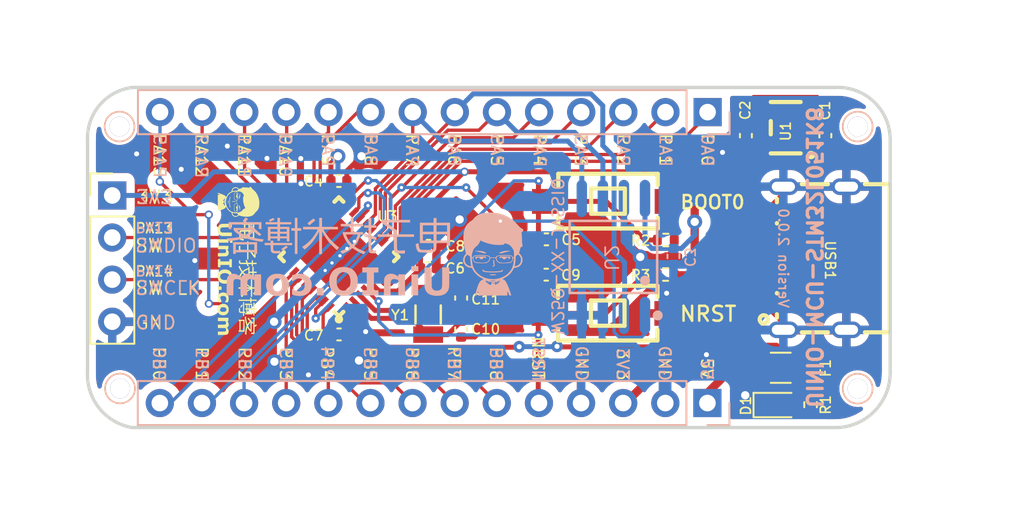
<source format=kicad_pcb>
(kicad_pcb (version 20211014) (generator pcbnew)
  (layers (0 "F.Cu" signal) (31 "B.Cu" signal) (34 "B.Paste" user) (35 "F.Paste" user) (36 "B.SilkS" user "B.Silkscreen") (37 "F.SilkS" user "F.Silkscreen") (38 "B.Mask" user) (39 "F.Mask" user) (44 "Edge.Cuts" user))
  (net 0 "")
  (net 1 "GND")
  (net 2 "/VDD_5V")
  (net 3 "/VDD_3.3V")
  (net 4 "/BOOT0")
  (net 5 "/NRST")
  (net 6 "Net-(C10-Pad2)")
  (net 7 "Net-(C11-Pad2)")
  (net 8 "Net-(D1-Pad2)")
  (net 9 "/PA0")
  (net 10 "/PA1")
  (net 11 "/PA2")
  (net 12 "/PA3")
  (net 13 "/PA4{slash}CS")
  (net 14 "/PA5{slash}SCLK")
  (net 15 "/PA6{slash}MISO")
  (net 16 "/PA7{slash}MOSI")
  (net 17 "/PA8")
  (net 18 "/PA9")
  (net 19 "/PA10")
  (net 20 "/PA15")
  (net 21 "/PA13{slash}SWDIO")
  (net 22 "/PA14{slash}SWCLK")
  (net 23 "/PB0")
  (net 24 "/PB1")
  (net 25 "/PB2")
  (net 26 "/PB3")
  (net 27 "/PB4")
  (net 28 "/PB5")
  (net 29 "/PB6")
  (net 30 "/PB7")
  (net 31 "/PB8")
  (net 35 "Net-(F1-Pad1)")
  (net 36 "/PA11")
  (net 37 "/PA12")
  (footprint "LOGO" (layer "F.Cu") (at 137.681311 99.932723 -90)
    (fp_text reference "")
    (fp_text value "" hide)
  )
  (footprint "Resistor_SMD:R_0402_1005Metric" (layer "F.Cu") (at 163.46 100.74 180)
    (fp_text reference "R3")
    (fp_text value "10K")
  )
  (footprint "Capacitor_SMD:C_0402_1005Metric" (layer "F.Cu") (at 156.27 98.62 180)
    (fp_text reference "C5")
    (fp_text value "0.1uF")
  )
  (footprint "Fuse:Fuse_1206_3216Metric" (layer "F.Cu") (at 170.4 106.37 180)
    (fp_text reference "F1")
    (fp_text value "Polyfuse")
  )
  (footprint "Uinio:Hole-1mm" (layer "F.Cu") (at 175.04 107.63)
    (fp_text reference "Hole3" hide)
    (fp_text value "Hole-1mm")
  )
  (footprint "Capacitor_SMD:C_0402_1005Metric" (layer "F.Cu") (at 143.757147 95.098606)
    (fp_text reference "C4")
    (fp_text value "0.1uF")
  )
  (footprint "Uinio:UFQFPN-32_L5.0-W5.0-P0.50-BL-EP" (layer "F.Cu") (at 143.757147 99.671331 45)
    (fp_text reference "U3")
    (fp_text value "STM32L051K8U6")
  )
  (footprint "Resistor_SMD:R_0402_1005Metric" (layer "F.Cu") (at 172.2 108.6 90)
    (fp_text reference "R1")
    (fp_text value "1K")
  )
  (footprint "Uinio:Hole-1mm" (layer "F.Cu") (at 130.53 91.81)
    (fp_text reference "Hole1" hide)
    (fp_text value "Hole-1mm")
  )
  (footprint "Connector_PinHeader_2.54mm:PinHeader_1x04_P2.54mm_Vertical" (layer "F.Cu") (at 130.09 95.97)
    (fp_text reference "J3" hide)
    (fp_text value "Conn_01x04_Male")
  )
  (footprint "Capacitor_SMD:C_0402_1005Metric" (layer "F.Cu") (at 149.16 99.01 180)
    (fp_text reference "C8")
    (fp_text value "0.1uF")
  )
  (footprint "Capacitor_SMD:C_0402_1005Metric" (layer "F.Cu") (at 143.767147 104.358606)
    (fp_text reference "C7")
    (fp_text value "0.1uF")
  )
  (footprint "Uinio:USB-TYPEC-250-BRP6L68" (layer "F.Cu") (at 171.96 99.76 90)
    (fp_text reference "USB1")
    (fp_text value "USB_Type_C_6Pin")
  )
  (footprint "Capacitor_SMD:C_0402_1005Metric" (layer "F.Cu") (at 156.26 100.75)
    (fp_text reference "C9")
    (fp_text value "0.1uF")
  )
  (footprint "Uinio:Hole-1mm" (layer "F.Cu") (at 130.56 107.62)
    (fp_text reference "Hole2" hide)
    (fp_text value "Hole-1mm")
  )
  (footprint "Uinio:SW-SMD_L6.0-W3.3-LS8.0-1" (layer "F.Cu") (at 159.83 103.09 180)
    (fp_text reference "SW2" hide)
    (fp_text value "SW_Push")
  )
  (footprint "Resistor_SMD:R_0402_1005Metric" (layer "F.Cu") (at 163.47 98.66 180)
    (fp_text reference "R2")
    (fp_text value "10K")
  )
  (footprint "LED_SMD:LED_0603_1608Metric" (layer "F.Cu") (at 170.245 108.62)
    (fp_text reference "D1")
    (fp_text value "LED")
  )
  (footprint "Capacitor_SMD:C_0402_1005Metric" (layer "F.Cu") (at 168.3 92.36 -90)
    (fp_text reference "C2")
    (fp_text value "1uF")
  )
  (footprint "Capacitor_SMD:C_0402_1005Metric" (layer "F.Cu") (at 149.16 100.36 180)
    (fp_text reference "C6")
    (fp_text value "1uF")
  )
  (footprint "Capacitor_SMD:C_0402_1005Metric" (layer "F.Cu") (at 151.13 102.16 -90)
    (fp_text reference "C11")
    (fp_text value "6pF")
  )
  (footprint "Capacitor_SMD:C_0402_1005Metric" (layer "F.Cu") (at 151.13 104.04 90)
    (fp_text reference "C10")
    (fp_text value "6pF")
  )
  (footprint "Capacitor_SMD:C_0402_1005Metric" (layer "F.Cu") (at 173.09 92.36 -90)
    (fp_text reference "C1")
    (fp_text value "1uF")
  )
  (footprint "Uinio:Hole-1mm" (layer "F.Cu") (at 175.04 91.81)
    (fp_text reference "Hole4" hide)
    (fp_text value "Hole-1mm")
  )
  (footprint "Uinio:CRYSTAL-FC135-32.768" (layer "F.Cu") (at 149.14 103.12 -90)
    (fp_text reference "Y1")
    (fp_text value "FC135-32.768")
  )
  (footprint "Uinio:SW-SMD_L6.0-W3.3-LS8.0-1" (layer "F.Cu") (at 159.85 96.33 180)
    (fp_text reference "SW1" hide)
    (fp_text value "SW_Push")
  )
  (footprint "Uinio:SOT-23-5_L3.0-W1.7-P0.95-LS2.8-BR" (layer "F.Cu") (at 170.7 91.88)
    (fp_text reference "U1")
    (fp_text value "ME6211C33M5G-N")
  )
  (footprint "Connector_PinHeader_2.54mm:PinHeader_1x14_P2.54mm_Vertical" (layer "B.Cu") (at 165.98 108.5 90)
    (fp_text reference "J2" hide)
    (fp_text value "Conn_01x14_Male")
  )
  (footprint "Uinio:SOIC-8_L5.3-W5.3-P1.27-LS8.0-BL" (layer "B.Cu") (at 160.31 99.68 180)
    (fp_text reference "U2")
    (fp_text value "W25Q128JVSSIQ")
  )
  (footprint "Capacitor_SMD:C_0402_1005Metric" (layer "B.Cu") (at 163.93 99.65 90)
    (fp_text reference "C3")
    (fp_text value "0.1uF")
  )
  (footprint "Connector_PinHeader_2.54mm:PinHeader_1x14_P2.54mm_Vertical" (layer "B.Cu") (at 165.99 90.94 90)
    (fp_text reference "J1" hide)
    (fp_text value "Conn_01x14_Male")
  )
  (footprint "LOGO" (layer "B.Cu") (at 145.904549 99.557387 180)
    (fp_text reference "")
    (fp_text value "" hide)
  )
  (gr_arc (start 173.7 89.45) (mid 176.034315 90.329863) (end 177 92.63) (layer "Edge.Cuts") (width 0.2))
  (gr_arc (start 131.3 109.98) (mid 129.313526 108.817979) (end 128.6 106.63) (layer "Edge.Cuts") (width 0.2))
  (gr_line (start 173.7 109.98) (end 131.3 109.98) (layer "Edge.Cuts") (width 0.2))
  (gr_line (start 177 92.63) (end 177 106.63) (layer "Edge.Cuts") (width 0.2))
  (gr_line (start 128.6 92.63) (end 128.6 106.63) (layer "Edge.Cuts") (width 0.2))
  (gr_arc (start 128.6 92.63) (mid 129.331074 90.514496) (end 131.3 89.45) (layer "Edge.Cuts") (width 0.2))
  (gr_arc (start 177 106.63) (mid 176.048734 108.993306) (end 173.7 109.98) (layer "Edge.Cuts") (width 0.2))
  (gr_line (start 173.7 89.45) (end 131.3 89.45) (layer "Edge.Cuts") (width 0.2))
  (gr_text "PB7" (at 150.69 106.17 270) (layer "B.SilkS") (effects (font (size 0.7 0.7) (thickness 0.1)) (justify mirror)))
  (gr_text "PA14" (at 132.63 100.49 180) (layer "B.SilkS") (effects (font (size 0.6 0.6) (thickness 0.1)) (justify mirror)))
  (gr_text "UINIO-MCU-STM32L051K8" (at 172.41 99.71 -90) (layer "B.SilkS") (effects (font (size 0.9 0.9) (thickness 0.2)) (justify mirror)))
  (gr_text "PB4" (at 143.05 106.09 270) (layer "B.SilkS") (effects (font (size 0.7 0.7) (thickness 0.1)) (justify mirror)))
  (gr_text "PB0" (at 132.91 106.17 270) (layer "B.SilkS") (effects (font (size 0.7 0.7) (thickness 0.1)) (justify mirror)))
  (gr_text "PA11" (at 138.05 93.58 270) (layer "B.SilkS") (effects (font (size 0.7 0.7) (thickness 0.1)) (justify mirror)))
  (gr_text "PB3" (at 140.56 106.17 270) (layer "B.SilkS") (effects (font (size 0.7 0.7) (thickness 0.1)) (justify mirror)))
  (gr_text "NRST" (at 155.77 105.89 270) (layer "B.SilkS") (effects (font (size 0.7 0.7) (thickness 0.1)) (justify mirror)))
  (gr_text "PB6" (at 148.16 106.14 270) (layer "B.SilkS") (effects (font (size 0.7 0.7) (thickness 0.1)) (justify mirror)))
  (gr_text "PA12" (at 135.46 93.609 270) (layer "B.SilkS") (effects (font (size 0.7 0.7) (thickness 0.1)) (justify mirror)))
  (gr_text "PA15" (at 132.94 93.59 270) (layer "B.SilkS") (effects (font (size 0.7 0.7) (thickness 0.1)) (justify mirror)))
  (gr_text "PB8\n" (at 153.23 106.17 270) (layer "B.SilkS") (effects (font (size 0.7 0.7) (thickness 0.1)) (justify mirror)))
  (gr_text "PA10" (at 140.51 93.589 270) (layer "B.SilkS") (effects (font (size 0.7 0.7) (thickness 0.1)) (justify mirror)))
  (gr_text "PA3" (at 158.34 93.25 270) (layer "B.SilkS") (effects (font (size 0.7 0.7) (thickness 0.1)) (justify mirror)))
  (gr_text "PA6" (at 150.71 93.25 270) (layer "B.SilkS") (effects (font (size 0.7 0.7) (thickness 0.1)) (justify mirror)))
  (gr_text "Version 2.0.0" (at 170.56 99.75 -90) (layer "B.SilkS") (effects (font (size 0.6 0.6) (thickness 0.1)) (justify mirror)))
  (gr_text "SWDIO" (at 133.33 98.94 180) (layer "B.SilkS") (effects (font (size 0.8 0.8) (thickness 0.1)) (justify mirror)))
  (gr_text "PA13" (at 132.63 97.88 180) (layer "B.SilkS") (effects (font (size 0.6 0.6) (thickness 0.1)) (justify mirror)))
  (gr_text "PB2" (at 138.07 106.17 270) (layer "B.SilkS") (effects (font (size 0.7 0.7) (thickness 0.1)) (justify mirror)))
  (gr_text "PA5" (at 153.28 93.24 270) (layer "B.SilkS") (effects (font (size 0.7 0.7) (thickness 0.1)) (justify mirror)))
  (gr_text "PA9" (at 143.08 93.25 270) (layer "B.SilkS") (effects (font (size 0.7 0.7) (thickness 0.1)) (justify mirror)))
  (gr_text "PA7" (at 148.16 93.29 270) (layer "B.SilkS") (effects (font (size 0.7 0.7) (thickness 0.1)) (justify mirror)))
  (gr_text "3V3" (at 132.64 96 180) (layer "B.SilkS") (effects (font (size 0.8 0.8) (thickness 0.1)) (justify mirror)))
  (gr_text "PA2" (at 160.9 93.25 270) (layer "B.SilkS") (effects (font (size 0.7 0.7) (thickness 0.1)) (justify mirror)))
  (gr_text "GND" (at 132.71 103.57 180) (layer "B.SilkS") (effects (font (size 0.8 0.8) (thickness 0.1)) (justify mirror)))
  (gr_text "PA8" (at 145.66 93.25 270) (layer "B.SilkS") (effects (font (size 0.7 0.7) (thickness 0.1)) (justify mirror)))
  (gr_text "SWCLK" (at 133.46 101.49 180) (layer "B.SilkS") (effects (font (size 0.8 0.8) (thickness 0.1)) (justify mirror)))
  (gr_text "PB5" (at 145.63 106.14 270) (layer "B.SilkS") (effects (font (size 0.7 0.7) (thickness 0.1)) (justify mirror)))
  (gr_text "W25Q-XX-JVSSIQ" (at 156.93 99.65 270) (layer "B.SilkS") (effects (font (size 0.7 0.7) (thickness 0.1)) (justify mirror)))
  (gr_text "PA1" (at 163.45 93.25 270) (layer "B.SilkS") (effects (font (size 0.7 0.7) (thickness 0.1)) (justify mirror)))
  (gr_text "PA4" (at 155.86 93.28 270) (layer "B.SilkS") (effects (font (size 0.7 0.7) (thickness 0.1)) (justify mirror)))
  (gr_text "5V" (at 165.925 106.48 270) (layer "B.SilkS") (effects (font (size 0.7 0.7) (thickness 0.1)) (justify mirror)))
  (gr_text "PA0" (at 165.97 93.25 270) (layer "B.SilkS") (effects (font (size 0.7 0.7) (thickness 0.1)) (justify mirror)))
  (gr_text "PB1" (at 135.49 106.17 270) (layer "B.SilkS") (effects (font (size 0.7 0.7) (thickness 0.1)) (justify mirror)))
  (gr_text "3V3" (at 160.87 106.17 270) (layer "B.SilkS") (effects (font (size 0.7 0.7) (thickness 0.1)) (justify mirror)))
  (gr_text "GND" (at 163.4 106.105 270) (layer "B.SilkS") (effects (font (size 0.7 0.7) (thickness 0.1)) (justify mirror)))
  (gr_text "GND" (at 158.39 106.11 270) (layer "B.SilkS") (effects (font (size 0.7 0.7) (thickness 0.1)) (justify mirror)))
  (gr_text "PB6" (at 148.17 106.14 270) (layer "F.SilkS") (effects (font (size 0.7 0.7) (thickness 0.1))))
  (gr_text "3V3" (at 132.65 96.07) (layer "F.SilkS") (effects (font (size 0.8 0.8) (thickness 0.1))))
  (gr_text "PA4" (at 155.86 93.22 270) (layer "F.SilkS") (effects (font (size 0.7 0.7) (thickness 0.1))))
  (gr_text "GND" (at 132.71 103.65) (layer "F.SilkS") (effects (font (size 0.8 0.8) (thickness 0.1))))
  (gr_text "PA0" (at 165.98 93.22 270) (layer "F.SilkS") (effects (font (size 0.7 0.7) (thickness 0.1))))
  (gr_text "PA1" (at 163.45 93.22 270) (layer "F.SilkS") (effects (font (size 0.7 0.7) (thickness 0.1))))
  (gr_text "PA15" (at 132.94 93.541 270) (layer "F.SilkS") (effects (font (size 0.7 0.7) (thickness 0.1))))
  (gr_text "NRST" (at 155.77 105.786 270) (layer "F.SilkS") (effects (font (size 0.7 0.7) (thickness 0.1))))
  (gr_text "PA3" (at 158.35 93.22 270) (layer "F.SilkS") (effects (font (size 0.7 0.7) (thickness 0.1))))
  (gr_text "GND" (at 158.4 106.11 270) (layer "F.SilkS") (effects (font (size 0.7 0.7) (thickness 0.1))))
  (gr_text "SWDIO" (at 133.33 99) (layer "F.SilkS") (effects (font (size 0.8 0.8) (thickness 0.1))))
  (gr_text "PB1" (at 135.49 106.14 270) (layer "F.SilkS") (effects (font (size 0.7 0.7) (thickness 0.1))))
  (gr_text "PA6" (at 150.71 93.22 270) (layer "F.SilkS") (effects (font (size 0.7 0.7) (thickness 0.1))))
  (gr_text "PB8\n" (at 153.23 106.139 270) (layer "F.SilkS") (effects (font (size 0.7 0.7) (thickness 0.1))))
  (gr_text "PB2" (at 138.07 106.14 270) (layer "F.SilkS") (effects (font (size 0.7 0.7) (thickness 0.1))))
  (gr_text "5V" (at 165.955 106.414 270) (layer "F.SilkS") (effects (font (size 0.7 0.7) (thickness 0.1))))
  (gr_text "NRST" (at 166.02 103.12) (layer "F.SilkS") (effects (font (size 0.9 0.9))))
  (gr_text "PA2" (at 160.91 93.22 270) (layer "F.SilkS") (effects (font (size 0.7 0.7) (thickness 0.1))))
  (gr_text "PA7" (at 148.17 93.22 270) (layer "F.SilkS") (effects (font (size 0.7 0.7) (thickness 0.1))))
  (gr_text "PB7" (at 150.7 106.1 270) (layer "F.SilkS") (effects (font (size 0.7 0.7) (thickness 0.1))))
  (gr_text "3V3" (at 160.87 106.17 270) (layer "F.SilkS") (effects (font (size 0.7 0.7) (thickness 0.1))))
  (gr_text "PA9" (at 143.08 93.22 270) (layer "F.SilkS") (effects (font (size 0.7 0.7) (thickness 0.1))))
  (gr_text "PB0" (at 132.91 106.13 270) (layer "F.SilkS") (effects (font (size 0.7 0.7) (thickness 0.1))))
  (gr_text "PA11" (at 138.04 93.55 270) (layer "F.SilkS") (effects (font (size 0.7 0.7) (thickness 0.1))))
  (gr_text "PA5" (at 153.283956 93.235587 270) (layer "F.SilkS") (effects (font (size 0.7 0.7) (thickness 0.1))))
  (gr_text "PA12" (at 135.47 93.55 270) (layer "F.SilkS") (effects (font (size 0.7 0.7) (thickness 0.1))))
  (gr_text "PA13" (at 132.63 97.95) (layer "F.SilkS") (effects (font (size 0.6 0.6) (thickness 0.1))))
  (gr_text "SWCLK" (at 133.46 101.56) (layer "F.SilkS") (effects (font (size 0.8 0.8) (thickness 0.1))))
  (gr_text "PB3" (at 140.56 106.14 270) (layer "F.SilkS") (effects (font (size 0.7 0.7) (thickness 0.1))))
  (gr_text "PB4" (at 143.05 106.12 270) (layer "F.SilkS") (effects (font (size 0.7 0.7) (thickness 0.1))))
  (gr_text "BOOT0" (at 166.29 96.38) (layer "F.SilkS") (effects (font (size 0.8 0.8))))
  (gr_text "PA8" (at 145.67 93.22 270) (layer "F.SilkS") (effects (font (size 0.7 0.7) (thickness 0.1))))
  (gr_text "PB5" (at 145.64 106.14 270) (layer "F.SilkS") (effects (font (size 0.7 0.7) (thickness 0.1))))
  (gr_text "PA14" (at 132.63 100.55) (layer "F.SilkS") (effects (font (size 0.6 0.6) (thickness 0.1))))
  (gr_text "GND" (at 163.4 106.105 270) (layer "F.SilkS") (effects (font (size 0.7 0.7) (thickness 0.1))))
  (gr_text "PA10" (at 140.52 93.55 270) (layer "F.SilkS") (effects (font (size 0.7 0.7) (thickness 0.1))))
  (segment (start 161.93 99.68) (end 156.83 99.68) (width 0.3) (layer "F.Cu") (net 1))
  (segment (start 173.08 90.54) (end 173.08 91.87) (width 0.3) (layer "F.Cu") (net 1))
  (segment (start 163.98 99.2) (end 163.5 99.68) (width 0.3) (layer "F.Cu") (net 1))
  (segment (start 152.41 99.68) (end 156.83 99.68) (width 0.3) (layer "F.Cu") (net 1))
  (segment (start 151.04 97.42) (end 151.85 97.42) (width 0.3) (layer "F.Cu") (net 1))
  (segment (start 139.87 103.61) (end 139.87 106) (width 0.3) (layer "F.Cu") (net 1))
  (segment (start 156.75 99.7) (end 156.75 98.62) (width 0.3) (layer "F.Cu") (net 1))
  (segment (start 170.56 95.44) (end 174.36 95.44) (width 0.5) (layer "F.Cu") (net 1))
  (segment (start 151.04 97.42) (end 150.28 97.42) (width 0.3) (layer "F.Cu") (net 1))
  (segment (start 172.95 104.11) (end 170.45 104.11) (width 0.5) (layer "F.Cu") (net 1))
  (segment (start 144.237147 94.492853) (end 144.237147 95.098606) (width 0.3) (layer "F.Cu") (net 1))
  (segment (start 145.12 93.6) (end 145.12 93.61) (width 0.3) (layer "F.Cu") (net 1))
  (segment (start 151.13 101.68) (end 152.4 100.41) (width 0.3) (layer "F.Cu") (net 1))
  (segment (start 156.83 99.68) (end 156.78 99.73) (width 0.3) (layer "F.Cu") (net 1))
  (segment (start 174.36 95.44) (end 174.36 104.08) (width 0.5) (layer "F.Cu") (net 1))
  (segment (start 156.78 99.73) (end 156.75 99.76) (width 0.3) (layer "F.Cu") (net 1))
  (segment (start 173.09 91.88) (end 172 91.88) (width 0.3) (layer "F.Cu") (net 1))
  (segment (start 168.85 108.62) (end 169.4575 108.62) (width 0.5) (layer "F.Cu") (net 1))
  (segment (start 168.3 91.88) (end 168.3 90.53) (width 0.3) (layer "F.Cu") (net 1))
  (segment (start 149.64 98.06) (end 149.64 99.01) (width 0.3) (layer "F.Cu") (net 1))
  (segment (start 139.85 103.59) (end 130.09 103.59) (width 0.3) (layer "F.Cu") (net 1))
  (segment (start 170.56 95.44) (end 170.56 96.01) (width 0.5) (layer "F.Cu") (net 1))
  (segment (start 151.13 101.68) (end 151.99 101.68) (width 0.3) (layer "F.Cu") (net 1))
  (segment (start 149.64 99.01) (end 149.64 100.36) (width 0.3) (layer "F.Cu") (net 1))
  (segment (start 139.85 103.59) (end 139.87 103.61) (width 0.3) (layer "F.Cu") (net 1))
  (segment (start 170.56 104.08) (end 170.56 103.51) (width 0.5) (layer "F.Cu") (net 1))
  (segment (start 144.85 105.93) (end 143.287147 104.367147) (width 0.3) (layer "F.Cu") (net 1))
  (segment (start 172.59 90.05) (end 173.08 90.54) (width 0.3) (layer "F.Cu") (net 1))
  (segment (start 170.56 96.01) (end 169.56 97.01) (width 0.5) (layer "F.Cu") (net 1))
  (segment (start 163.52 101.87) (end 163.53 101.88) (width 0.5) (layer "F.Cu") (net 1))
  (segment (start 174.21 104.11) (end 172.95 104.11) (width 0.5) (layer "F.Cu") (net 1))
  (segment (start 152.29 104.17) (end 151.95 104.51) (width 0.3) (layer "F.Cu") (net 1))
  (segment (start 168.3 90.53) (end 168.78 90.05) (width 0.3) (layer "F.Cu") (net 1))
  (segment (start 156.78 99.73) (end 156.75 99.7) (width 0.3) (layer "F.Cu") (net 1))
  (segment (start 152.4 100.41) (end 152.4 99.69) (width 0.3) (layer "F.Cu") (net 1))
  (segment (start 163.53 101.88) (end 163.53 103.09) (width 0.5) (layer "F.Cu") (net 1))
  (segment (start 156.75 99.76) (end 156.75 100.74) (width 0.3) (layer "F.Cu") (net 1))
  (segment (start 163.5 99.68) (end 161.93 99.68) (width 0.3) (layer "F.Cu") (net 1))
  (segment (start 168.26 108.03) (end 168.85 108.62) (width 0.5) (layer "F.Cu") (net 1))
  (segment (start 151.95 104.51) (end 151.14 104.51) (width 0.3) (layer "F.Cu") (net 1))
  (segment (start 170.56 103.51) (end 169.56 102.51) (width 0.5) (layer "F.Cu") (net 1))
  (segment (start 152.4 97.97) (end 152.4 99.69) (width 0.3) (layer "F.Cu") (net 1))
  (segment (start 163.98 98.66) (end 163.98 99.2) (width 0.3) (layer "F.Cu") (net 1))
  (segment (start 152.29 101.98) (end 152.29 104.17) (width 0.3) (layer "F.Cu") (net 1))
  (segment (start 151.85 97.42) (end 152.4 97.97) (width 0.3) (layer "F.Cu") (net 1))
  (segment (start 151.99 101.68) (end 152.29 101.98) (width 0.3) (layer "F.Cu") (net 1))
  (segment (start 145.12 93.61) (end 144.237147 94.492853) (width 0.3) (layer "F.Cu") (net 1))
  (segment (start 144.97 105.93) (end 144.85 105.93) (width 0.3) (layer "F.Cu") (net 1))
  (segment (start 168.78 90.05) (end 172.59 90.05) (width 0.3) (layer "F.Cu") (net 1))
  (segment (start 152.4 99.69) (end 152.41 99.68) (width 0.3) (layer "F.Cu") (net 1))
  (segment (start 150.28 97.42) (end 149.64 98.06) (width 0.3) (layer "F.Cu") (net 1))
  (segment (start 166.89 93.37) (end 168.37 91.89) (width 0.3) (layer "F.Cu") (net 1))
  (via (at 166.89 93.37) (size 0.5) (drill 0.3) (layers "F.Cu" "B.Cu") (remove_unused_layers) (net 1))
  (via (at 145.12 93.6) (size 0.9) (drill 0.5) (layers "F.Cu" "B.Cu") (remove_unused_layers) (net 1))
  (via (at 137.03 92.99) (size 0.5) (drill 0.3) (layers "F.Cu" "B.Cu") (net 1))
  (via (at 135.07 99.9) (size 0.5) (drill 0.3) (layers "F.Cu" "B.Cu") (net 1))
  (via (at 131.56 93.46) (size 0.5) (drill 0.3) (layers "F.Cu" "B.Cu") (net 1))
  (via (at 139.85 103.59) (size 0.9) (drill 0.5) (layers "F.Cu" "B.Cu") (remove_unused_layers) (net 1))
  (via (at 161.93 99.68) (size 0.9) (drill 0.5) (layers "F.Cu" "B.Cu") (remove_unused_layers) (net 1))
  (via (at 141.46 93.74) (size 0.5) (drill 0.3) (layers "F.Cu" "B.Cu") (net 1))
  (via (at 151.04 97.42) (size 0.9) (drill 0.5) (layers "F.Cu" "B.Cu") (remove_unused_layers) (net 1))
  (via (at 165.92 105.58) (size 0.5) (drill 0.3) (layers "F.Cu" "B.Cu") (net 1))
  (via (at 134.25 94.39) (size 0.5) (drill 0.3) (layers "F.Cu" "B.Cu") (net 1))
  (via (at 139.42 93.73) (size 0.5) (drill 0.3) (layers "F.Cu" "B.Cu") (net 1))
  (via (at 163.52 101.87) (size 0.7) (drill 0.3) (layers "F.Cu" "B.Cu") (net 1))
  (via (at 168.26 108.03) (size 0.9) (drill 0.5) (layers "F.Cu" "B.Cu") (net 1))
  (via (at 144.24 99.17) (size 0.5) (drill 0.2) (layers "F.Cu" "B.Cu") (remove_unused_layers) (net 1))
  (via (at 141.92 106.8) (size 0.5) (drill 0.3) (layers "F.Cu" "B.Cu") (net 1))
  (via (at 143.82 99.61) (size 0.5) (drill 0.2) (layers "F.Cu" "B.Cu") (remove_unused_layers) (net 1))
  (via (at 142.93 100.5) (size 0.5) (drill 0.2) (layers "F.Cu" "B.Cu") (remove_unused_layers) (net 1))
  (via (at 143.34 100.04) (size 0.5) (drill 0.2) (layers "F.Cu" "B.Cu") (remove_unused_layers) (net 1))
  (via (at 144.97 105.93) (size 0.9) (drill 0.5) (layers "F.Cu" "B.Cu") (remove_unused_layers) (net 1))
  (via (at 145.37 104.19) (size 0.5) (drill 0.3) (layers "F.Cu" "B.Cu") (net 1))
  (via (at 144.69 98.74) (size 0.5) (drill 0.2) (layers "F.Cu" "B.Cu") (remove_unused_layers) (net 1))
  (via (at 139.87 106) (size 0.9) (drill 0.5) (layers "F.Cu" "B.Cu") (remove_unused_layers) (net 1))
  (via (at 141.47 95.26) (size 0.5) (drill 0.3) (layers "F.Cu" "B.Cu") (net 1))
  (segment (start 168.955 95.645) (end 169.16 95.44) (width 0.5) (layer "B.Cu") (net 1))
  (segment (start 162.29 105.96) (end 158.61 105.96) (width 0.3) (layer "B.Cu") (net 1))
  (segment (start 152.53 94.27) (end 152.53 95.93) (width 0.3) (layer "B.Cu") (net 1))
  (segment (start 145 105.96) (end 158.08 105.96) (width 0.3) (layer "B.Cu") (net 1))
  (segment (start 158.405 104.715) (end 159.17 105.48) (width 0.3) (layer "B.Cu") (net 1))
  (segment (start 151.84 93.58) (end 152.53 94.27) (width 0.3) (layer "B.Cu") (net 1))
  (segment (start 163.19 106.56) (end 163.19 108.1) (width 0.3) (layer "B.Cu") (net 1))
  (segment (start 169.16 95.44) (end 170.56 95.44) (width 0.5) (layer "B.Cu") (net 1))
  (segment (start 159.675 104.705) (end 159.95 104.98) (width 0.3) (layer "B.Cu") (net 1))
  (segment (start 145.14 93.58) (end 151.84 93.58) (width 0.3) (layer "B.Cu") (net 1))
  (segment (start 168.26 108.03) (end 168.28 108.03) (width 0.5) (layer "B.Cu") (net 1))
  (segment (start 163.52 101.27) (end 161.93 99.68) (width 0.5) (layer "B.Cu") (net 1))
  (segment (start 164.47 100.13) (end 168.955 95.645) (width 0.5) (layer "B.Cu") (net 1))
  (segment (start 162.11 105.48) (end 163.19 106.56) (width 0.3) (layer "B.Cu") (net 1))
  (segment (start 163.52 101.87) (end 163.52 101.27) (width 0.5) (layer "B.Cu") (net 1))
  (segment (start 144.69 98.74) (end 142.93 100.5) (width 0.4) (layer "B.Cu") (net 1))
  (segment (start 159.95 104.98) (end 161.61 104.98) (width 0.3) (layer "B.Cu") (net 1))
  (segment (start 161.91 99.68) (end 161.93 99.68) (width 0.4) (layer "B.Cu") (net 1))
  (segment (start 158.43 105.96) (end 158.36 106.03) (width 0.3) (layer "B.Cu") (net 1))
  (segment (start 163.93 100.13) (end 162.38 100.13) (width 0.5) (layer "B.Cu") (net 1))
  (segment (start 137.77 93.73) (end 139.42 93.73) (width 0.2) (layer "B.Cu") (net 1))
  (segment (start 166.15 104.11) (end 163.56 106.7) (width 0.5) (layer "B.Cu") (net 1))
  (segment (start 162.38 100.13) (end 161.93 99.68) (width 0.5) (layer "B.Cu") (net 1))
  (segment (start 163.33 106.7) (end 163.33 108.5) (width 0.3) (layer "B.Cu") (net 1))
  (segment (start 168.955 95.435) (end 168.955 95.645) (width 0.4) (layer "B.Cu") (net 1))
  (segment (start 158.36 106.03) (end 158.36 108.5) (width 0.3) (layer "B.Cu") (net 1))
  (segment (start 161.61 104.98) (end 163.33 106.7) (width 0.3) (layer "B.Cu") (net 1))
  (segment (start 144.91 105.99) (end 144.97 105.93) (width 0.3) (layer "B.Cu") (net 1))
  (segment (start 160.945 96.15) (end 160.945 98.715) (width 0.4) (layer "B.Cu") (net 1))
  (segment (start 160.945 98.715) (end 161.91 99.68) (width 0.4) (layer "B.Cu") (net 1))
  (segment (start 139.85 103.59) (end 139.85 103.58) (width 0.4) (layer "B.Cu") (net 1))
  (segment (start 139.87 106) (end 139.88 105.99) (width 0.3) (layer "B.Cu") (net 1))
  (segment (start 170.41 104.11) (end 166.15 104.11) (width 0.5) (layer "B.Cu") (net 1))
  (segment (start 159.17 105.48) (end 162.11 105.48) (width 0.3) (layer "B.Cu") (net 1))
  (segment (start 137.03 92.99) (end 137.77 93.73) (width 0.2) (layer "B.Cu") (net 1))
  (segment (start 145.12 93.6) (end 145.14 93.58) (width 0.3) (layer "B.Cu") (net 1))
  (segment (start 139.88 105.99) (end 144.91 105.99) (width 0.3) (layer "B.Cu") (net 1))
  (segment (start 163.56 106.7) (end 163.56 108.38) (width 0.5) (layer "B.Cu") (net 1))
  (segment (start 170.56 105.75) (end 170.56 104.08) (width 0.5) (layer "B.Cu") (net 1))
  (segment (start 158.43 105.96) (end 158.61 105.96) (width 0.3) (layer "B.Cu") (net 1))
  (segment (start 158.08 105.96) (end 158.43 105.96) (width 0.3) (layer "B.Cu") (net 1))
  (segment (start 159.675 103.21) (end 159.675 104.705) (width 0.3) (layer "B.Cu") (net 1))
  (segment (start 163.44 108.26) (end 163.44 107.11) (width 0.3) (layer "B.Cu") (net 1))
  (segment (start 166.89 93.37) (end 168.955 95.435) (width 0.3) (layer "B.Cu") (net 1))
  (segment (start 144.97 105.93) (end 145 105.96) (width 0.3) (layer "B.Cu") (net 1))
  (segment (start 163.44 107.11) (end 162.29 105.96) (width 0.3) (layer "B.Cu") (net 1))
  (segment (start 168.28 108.03) (end 170.56 105.75) (width 0.5) (layer "B.Cu") (net 1))
  (segment (start 139.85 103.58) (end 142.93 100.5) (width 0.4) (layer "B.Cu") (net 1))
  (segment (start 163.93 100.13) (end 164.47 100.13) (width 0.5) (layer "B.Cu") (net 1))
  (segment (start 158.405 103.21) (end 158.405 104.715) (width 0.3) (layer "B.Cu") (net 1))
  (segment (start 152.53 95.93) (end 151.04 97.42) (width 0.3) (layer "B.Cu") (net 1))
  (segment (start 172.006 92.836) (end 173.316 92.836) (width 0.5) (layer "F.Cu") (net 2))
  (segment (start 167.47 106.4) (end 165.98 107.89) (width 0.5) (layer "F.Cu") (net 2))
  (segment (start 171.76 107.65) (end 170.68 107.65) (width 0.5) (layer "F.Cu") (net 2))
  (segment (start 170.94 92.85) (end 166.5 97.29) (width 0.5) (layer "F.Cu") (net 2))
  (segment (start 171.128 92.83) (end 172 92.83) (width 0.5) (layer "F.Cu") (net 2))
  (segment (start 171.096 90.93) (end 170.896 91.13) (width 0.5) (layer "F.Cu") (net 2))
  (segment (start 166.5 105.13) (end 167.39 106.02) (width 0.5) (layer "F.Cu") (net 2))
  (segment (start 168.92 106.4) (end 167.47 106.4) (width 0.5) (layer "F.Cu") (net 2))
  (segment (start 168.55 106.02) (end 168.9 106.37) (width 0.5) (layer "F.Cu") (net 2))
  (segment (start 172 90.93) (end 171.096 90.93) (width 0.5) (layer "F.Cu") (net 2))
  (segment (start 166.5 97.29) (end 166.5 105.13) (width 0.5) (layer "F.Cu") (net 2))
  (segment (start 170.896 91.13) (end 170.896 92.598) (width 0.5) (layer "F.Cu") (net 2))
  (segment (start 170.896 92.598) (end 171.128 92.83) (width 0.5) (layer "F.Cu") (net 2))
  (segment (start 172.144 92.85) (end 170.94 92.85) (width 0.5) (layer "F.Cu") (net 2))
  (segment (start 172.2 108.09) (end 171.76 107.65) (width 0.5) (layer "F.Cu") (net 2))
  (segment (start 165.98 107.89) (end 165.98 108.5) (width 0.5) (layer "F.Cu") (net 2))
  (segment (start 169.4 106.37) (end 169 106.37) (width 0.5) (layer "F.Cu") (net 2))
  (segment (start 170.68 107.65) (end 169.4 106.37) (width 0.5) (layer "F.Cu") (net 2))
  (segment (start 167.39 106.02) (end 168.55 106.02) (width 0.5) (layer "F.Cu") (net 2))
  (segment (start 165.088 100.74) (end 165.212 100.864) (width 0.4) (layer "F.Cu") (net 3))
  (segment (start 169.394 92.836) (end 168.394 92.836) (width 0.3) (layer "F.Cu") (net 3))
  (segment (start 165.212 97.562) (end 165.212 96.432) (width 0.5) (layer "F.Cu") (net 3))
  (segment (start 145.01 105.13) (end 144.247147 104.367147) (width 0.3) (layer "F.Cu") (net 3))
  (segment (start 147.32 101.74) (end 146.179369 101.74) (width 0.3) (layer "F.Cu") (net 3))
  (segment (start 163.97 100.74) (end 165.088 100.74) (width 0.4) (layer "F.Cu") (net 3))
  (segment (start 166.99 94.54) (end 167.047 94.597) (width 0.3) (layer "F.Cu") (net 3))
  (segment (start 168.3 92.84) (end 168.3 93.344) (width 0.5) (layer "F.Cu") (net 3))
  (segment (start 164.675 104.865) (end 160.93 108.61) (width 0.5) (layer "F.Cu") (net 3))
  (segment (start 165.212 96.432) (end 165.11 96.33) (width 0.5) (layer "F.Cu") (net 3))
  (segment (start 165.212 100.864) (end 165.212 104.328) (width 0.5) (layer "F.Cu") (net 3))
  (segment (start 143.277147 95.098606) (end 143.277147 96.559229) (width 0.3) (layer "F.Cu") (net 3))
  (segment (start 167.302 94.342) (end 167.047 94.597) (width 0.5) (layer "F.Cu") (net 3))
  (segment (start 146.179369 101.74) (end 145.729975 101.290606) (width 0.3) (layer "F.Cu") (net 3))
  (segment (start 167.174 94.47) (end 167.302 94.342) (width 0.3) (layer "F.Cu") (net 3))
  (segment (start 154.5995 105.13) (end 145.01 105.13) (width 0.3) (layer "F.Cu") (net 3))
  (segment (start 144.315761 102.704819) (end 144.24 102.78058) (width 0.3) (layer "F.Cu") (net 3))
  (segment (start 144.24 102.78058) (end 144.24 104.214231) (width 0.3) (layer "F.Cu") (net 3))
  (segment (start 168.3 93.344) (end 167.302 94.342) (width 0.5) (layer "F.Cu") (net 3))
  (segment (start 164.43 105.11) (end 164.675 104.865) (width 0.3) (layer "F.Cu") (net 3))
  (segment (start 148.61 100.45) (end 147.32 101.74) (width 0.3) (layer "F.Cu") (net 3))
  (segment (start 154.63 105.0995) (end 154.5995 105.13) (width 0.3) (layer "F.Cu") (net 3))
  (segment (start 143.277147 94.022853) (end 143.277147 95.098606) (width 0.3) (layer "F.Cu") (net 3))
  (segment (start 151.33 94.54) (end 151.31 94.54) (width 0.3) (layer "F.Cu") (net 3))
  (segment (start 165.11 96.33) (end 163.55 96.33) (width 0.5) (layer "F.Cu") (net 3))
  (segment (start 165.212 104.328) (end 164.675 104.865) (width 0.5) (layer "F.Cu") (net 3))
  (segment (start 156.91 105.08) (end 156.94 105.11) (width 0.3) (layer "F.Cu") (net 3))
  (segment (start 148.68 99.01) (end 148.68 100.36) (width 0.3) (layer "F.Cu") (net 3))
  (segment (start 148.68 97.17) (end 148.68 99.01) (width 0.3) (layer "F.Cu") (net 3))
  (segment (start 143.277147 96.559229) (end 143.198533 96.637843) (width 0.3) (layer "F.Cu") (net 3))
  (segment (start 165.212 97.562) (end 165.212 100.864) (width 0.5) (layer "F.Cu") (net 3))
  (segment (start 151.33 94.54) (end 166.99 94.54) (width 0.3) (layer "F.Cu") (net 3))
  (segment (start 167.047 94.597) (end 165.212 96.432) (width 0.5) (layer "F.Cu") (net 3))
  (segment (start 151.31 94.54) (end 148.68 97.17) (width 0.3) (layer "F.Cu") (net 3))
  (segment (start 143.7 93.6) (end 143.277147 94.022853) (width 0.3) (layer "F.Cu") (net 3))
  (segment (start 156.94 105.11) (end 164.43 105.11) (width 0.3) (layer "F.Cu") (net 3))
  (via (at 151.33 94.54) (size 0.5) (drill 0.3) (layers "F.Cu" "B.Cu") (remove_unused_layers) (net 3))
  (via (at 154.63 105.0995) (size 0.7) (drill 0.3) (layers "F.Cu" "B.Cu") (remove_unused_layers) (net 3))
  (via (at 165.212 97.562) (size 0.9) (drill 0.5) (layers "F.Cu" "B.Cu") (remove_unused_layers) (net 3))
  (via (at 143.7 93.6) (size 0.9) (drill 0.5) (layers "F.Cu" "B.Cu") (remove_unused_layers) (net 3))
  (via (at 156.91 105.08) (size 0.7) (drill 0.3) (layers "F.Cu" "B.Cu") (remove_unused_layers) (net 3))
  (segment (start 163.93 99.17) (end 162.63 99.17) (width 0.3) (layer "B.Cu") (net 3))
  (segment (start 134.78 95.97) (end 136.21 94.54) (width 0.3) (layer "B.Cu") (net 3))
  (segment (start 143.7 93.6) (end 143.7 94.47) (width 0.3) (layer "B.Cu") (net 3))
  (segment (start 156.8905 105.0995) (end 156.91 105.08) (width 0.3) (layer "B.Cu") (net 3))
  (segment (start 162.215 98.755) (end 162.215 96.15) (width 0.3) (layer "B.Cu") (net 3))
  (segment (start 143.7 94.47) (end 143.77 94.54) (width 0.3) (layer "B.Cu") (net 3))
  (segment (start 134.78 95.97) (end 130.09 95.97) (width 0.3) (layer "B.Cu") (net 3))
  (segment (start 162.63 99.17) (end 162.215 98.755) (width 0.3) (layer "B.Cu") (net 3))
  (segment (start 163.93 99.17) (end 164.41 99.17) (width 0.3) (layer "B.Cu") (net 3))
  (segment (start 164.41 99.17) (end 165.212 98.368) (width 0.3) (layer "B.Cu") (net 3))
  (segment (start 154.63 105.0995) (end 156.8905 105.0995) (width 0.3) (layer "B.Cu") (net 3))
  (segment (start 165.212 98.368) (end 165.212 97.562) (width 0.3) (layer "B.Cu") (net 3))
  (segment (start 136.21 94.54) (end 143.77 94.54) (width 0.3) (layer "B.Cu") (net 3))
  (segment (start 151.33 94.54) (end 143.77 94.54) (width 0.3) (layer "B.Cu") (net 3))
  (segment (start 155.79 95.1) (end 155.79 95.97) (width 0.3) (layer "F.Cu") (net 4))
  (segment (start 155.8 95.09) (end 155.79 95.1) (width 0.3) (layer "F.Cu") (net 4))
  (segment (start 159.88 96.33) (end 162.21 98.66) (width 0.3) (layer "F.Cu") (net 4))
  (segment (start 155.79 98.62) (end 155.79 96.69) (width 0.3) (layer "F.Cu") (net 4))
  (segment (start 142.357647 103.39) (end 142.357647 102.838598) (width 0.2) (layer "F.Cu") (net 4))
  (segment (start 142.357647 102.838598) (end 142.844979 102.351266) (width 0.2) (layer "F.Cu") (net 4))
  (segment (start 162.21 98.66) (end 162.96 98.66) (width 0.3) (layer "F.Cu") (net 4))
  (segment (start 156.15 96.33) (end 159.88 96.33) (width 0.3) (layer "F.Cu") (net 4))
  (via (at 142.357647 103.39) (size 0.5) (drill 0.2) (layers "F.Cu" "B.Cu") (remove_unused_layers) (net 4))
  (via (at 155.8 95.09) (size 0.5) (drill 0.2) (layers "F.Cu" "B.Cu") (remove_unused_layers) (net 4))
  (segment (start 154.32 95.09) (end 150.04 99.37) (width 0.2) (layer "B.Cu") (net 4))
  (segment (start 150.025026 99.37) (end 147.495026 101.9) (width 0.2) (layer "B.Cu") (net 4))
  (segment (start 150.04 99.37) (end 150.025026 99.37) (width 0.2) (layer "B.Cu") (net 4))
  (segment (start 143.847647 101.9) (end 142.357647 103.39) (width 0.2) (layer "B.Cu") (net 4))
  (segment (start 155.8 95.09) (end 154.32 95.09) (width 0.2) (layer "B.Cu") (net 4))
  (segment (start 147.495026 101.9) (end 143.847647 101.9) (width 0.2) (layer "B.Cu") (net 4))
  (segment (start 146.15 102.3495) (end 146.081763 102.3495) (width 0.2) (layer "F.Cu") (net 5))
  (segment (start 162.19 100.74) (end 159.84 103.09) (width 0.3) (layer "F.Cu") (net 5))
  (segment (start 162.95 100.74) (end 162.19 100.74) (width 0.3) (layer "F.Cu") (net 5))
  (segment (start 155.78 104.39) (end 155.78 103.44) (width 0.3) (layer "F.Cu") (net 5))
  (segment (start 155.78 104.39) (end 155.78 108.57) (width 0.3) (layer "F.Cu") (net 5))
  (segment (start 146.081763 102.3495) (end 145.376422 101.644159) (width 0.2) (layer "F.Cu") (net 5))
  (segment (start 159.84 103.09) (end 156.13 103.09) (width 0.3) (layer "F.Cu") (net 5))
  (segment (start 155.78 100.75) (end 155.78 102.74) (width 0.3) (layer "F.Cu") (net 5))
  (via (at 146.15 102.3495) (size 0.5) (drill 0.2) (layers "F.Cu" "B.Cu") (remove_unused_layers) (net 5))
  (via (at 155.78 104.39) (size 0.5) (drill 0.2) (layers "F.Cu" "B.Cu") (remove_unused_layers) (net 5))
  (segment (start 155.78 104.39) (end 147 104.39) (width 0.2) (layer "B.Cu") (net 5))
  (segment (start 146.15 103.54) (end 146.15 102.3495) (width 0.2) (layer "B.Cu") (net 5))
  (segment (start 147 104.39) (end 146.15 103.54) (width 0.2) (layer "B.Cu") (net 5))
  (segment (start 149.14 104.37) (end 150.32 104.37) (width 0.3) (layer "F.Cu") (net 6))
  (segment (start 144.669315 102.351266) (end 145.708049 103.39) (width 0.3) (layer "F.Cu") (net 6))
  (segment (start 150.32 104.37) (end 151.13 103.56) (width 0.3) (layer "F.Cu") (net 6))
  (segment (start 145.708049 103.39) (end 148.16 103.39) (width 0.3) (layer "F.Cu") (net 6))
  (segment (start 148.16 103.39) (end 149.14 104.37) (width 0.3) (layer "F.Cu") (net 6))
  (segment (start 145.022868 101.997712) (end 145.935156 102.91) (width 0.3) (layer "F.Cu") (net 7))
  (segment (start 145.935156 102.91) (end 148.1 102.91) (width 0.3) (layer "F.Cu") (net 7))
  (segment (start 148.1 102.91) (end 149.14 101.87) (width 0.3) (layer "F.Cu") (net 7))
  (segment (start 149.14 101.87) (end 150.36 101.87) (width 0.3) (layer "F.Cu") (net 7))
  (segment (start 150.36 101.87) (end 151.13 102.64) (width 0.3) (layer "F.Cu") (net 7))
  (segment (start 172.2 109.11) (end 171.5225 109.11) (width 0.5) (layer "F.Cu") (net 8))
  (segment (start 171.5225 109.11) (end 171.0325 108.62) (width 0.5) (layer "F.Cu") (net 8))
  (segment (start 146.486476 101.34) (end 146.083528 100.937052) (width 0.2) (layer "F.Cu") (net 9))
  (segment (start 166.01 91.08) (end 163.18 93.91) (width 0.2) (layer "F.Cu") (net 9))
  (segment (start 148.06 96.972792) (end 148.06 100.164264) (width 0.2) (layer "F.Cu") (net 9))
  (segment (start 151.122792 93.91) (end 148.06 96.972792) (width 0.2) (layer "F.Cu") (net 9))
  (segment (start 146.884264 101.34) (end 146.486476 101.34) (width 0.2) (layer "F.Cu") (net 9))
  (segment (start 148.06 100.164264) (end 146.884264 101.34) (width 0.2) (layer "F.Cu") (net 9))
  (segment (start 163.18 93.91) (end 151.122792 93.91) (width 0.2) (layer "F.Cu") (net 9))
  (segment (start 147.76 100.04) (end 147.76 96.848528) (width 0.2) (layer "F.Cu") (net 10))
  (segment (start 146.773583 100.92) (end 146.88 100.92) (width 0.2) (layer "F.Cu") (net 10))
  (segment (start 147.76 96.848528) (end 151.108528 93.5) (width 0.2) (layer "F.Cu") (net 10))
  (segment (start 146.437082 100.583499) (end 146.773583 100.92) (width 0.2) (layer "F.Cu") (net 10))
  (segment (start 151.108528 93.5) (end 160.87 93.5) (width 0.2) (layer "F.Cu") (net 10))
  (segment (start 160.87 93.5) (end 163.43 90.94) (width 0.2) (layer "F.Cu") (net 10))
  (segment (start 146.88 100.92) (end 147.76 100.04) (width 0.2) (layer "F.Cu") (net 10))
  (segment (start 146.790635 100.229945) (end 147.46 99.56058) (width 0.2) (layer "F.Cu") (net 11))
  (segment (start 151.004264 93.18) (end 158.65 93.18) (width 0.2) (layer "F.Cu") (net 11))
  (segment (start 147.46 96.724264) (end 151.004264 93.18) (width 0.2) (layer "F.Cu") (net 11))
  (segment (start 158.65 93.18) (end 160.89 90.94) (width 0.2) (layer "F.Cu") (net 11))
  (segment (start 147.46 99.56058) (end 147.46 96.724264) (width 0.2) (layer "F.Cu") (net 11))
  (segment (start 156.53 92.78) (end 158.37 90.94) (width 0.2) (layer "F.Cu") (net 12))
  (segment (start 147.16 96.6) (end 150.98 92.78) (width 0.2) (layer "F.Cu") (net 12))
  (segment (start 147.16 98.743352) (end 147.16 96.6) (width 0.2) (layer "F.Cu") (net 12))
  (segment (start 150.98 92.78) (end 156.53 92.78) (width 0.2) (layer "F.Cu") (net 12))
  (segment (start 146.790635 99.112717) (end 147.16 98.743352) (width 0.2) (layer "F.Cu") (net 12))
  (segment (start 147.5295 95.489977) (end 146.86 96.159477) (width 0.2) (layer "F.Cu") (net 13))
  (segment (start 147.560023 95.489977) (end 150.57 92.48) (width 0.2) (layer "F.Cu") (net 13))
  (segment (start 150.57 92.48) (end 154.29 92.48) (width 0.2) (layer "F.Cu") (net 13))
  (segment (start 147.5295 95.489977) (end 147.560023 95.489977) (width 0.2) (layer "F.Cu") (net 13))
  (segment (start 154.29 92.48) (end 155.83 90.94) (width 0.2) (layer "F.Cu") (net 13))
  (segment (start 153.49 97.52) (end 153.46 97.52) (width 0.2) (layer "F.Cu") (net 13))
  (segment (start 146.86 96.159477) (end 146.86 98.336245) (width 0.2) (layer "F.Cu") (net 13))
  (segment (start 153.46 97.52) (end 151.43 95.49) (width 0.2) (layer "F.Cu") (net 13))
  (segment (start 146.86 98.336245) (end 146.437082 98.759163) (width 0.2) (layer "F.Cu") (net 13))
  (via (at 153.49 97.52) (size 0.5) (drill 0.2) (layers "F.Cu" "B.Cu") (remove_unused_layers) (net 13))
  (via (at 151.43 95.49) (size 0.5) (drill 0.2) (layers "F.Cu" "B.Cu") (remove_unused_layers) (net 13))
  (via (at 147.5295 95.489977) (size 0.5) (drill 0.2) (layers "F.Cu" "B.Cu") (remove_unused_layers) (net 13))
  (segment (start 160.35 100.27) (end 160.35 104.21) (width 0.2) (layer "B.Cu") (net 13))
  (segment (start 153.49 97.52) (end 157.6 97.52) (width 0.2) (layer "B.Cu") (net 13))
  (segment (start 160.35 104.21) (end 160.675 104.535) (width 0.2) (layer "B.Cu") (net 13))
  (segment (start 157.6 97.52) (end 160.35 100.27) (width 0.2) (layer "B.Cu") (net 13))
  (segment (start 160.675 104.535) (end 161.995 104.535) (width 0.2) (layer "B.Cu") (net 13))
  (segment (start 147.529523 95.49) (end 147.5295 95.489977) (width 0.2) (layer "B.Cu") (net 13))
  (segment (start 161.995 104.535) (end 162.255 104.275) (width 0.2) (layer "B.Cu") (net 13))
  (segment (start 162.255 104.275) (end 162.255 103.555) (width 0.2) (layer "B.Cu") (net 13))
  (segment (start 151.43 95.49) (end 147.529523 95.49) (width 0.2) (layer "B.Cu") (net 13))
  (segment (start 146.56 95.804264) (end 146.56 97.929138) (width 0.2) (layer "F.Cu") (net 14))
  (segment (start 153.29 90.94) (end 152.2 92.03) (width 0.2) (layer "F.Cu") (net 14))
  (segment (start 152.2 92.03) (end 150.334264 92.03) (width 0.2) (layer "F.Cu") (net 14))
  (segment (start 150.334264 92.03) (end 146.56 95.804264) (width 0.2) (layer "F.Cu") (net 14))
  (segment (start 146.56 97.929138) (end 146.083528 98.40561) (width 0.2) (layer "F.Cu") (net 14))
  (segment (start 159.675 93.865) (end 157.97 92.16) (width 0.3) (layer "B.Cu") (net 14))
  (segment (start 154.51 92.16) (end 153.29 90.94) (width 0.3) (layer "B.Cu") (net 14))
  (segment (start 157.97 92.16) (end 154.51 92.16) (width 0.3) (layer "B.Cu") (net 14))
  (segment (start 159.675 96.15) (end 159.675 93.865) (width 0.3) (layer "B.Cu") (net 14))
  (segment (start 145.729975 98.052056) (end 146.26 97.522031) (width 0.2) (layer "F.Cu") (net 15))
  (segment (start 146.26 97.522031) (end 146.26 95.68) (width 0.2) (layer "F.Cu") (net 15))
  (segment (start 146.26 95.68) (end 150.77 91.17) (width 0.2) (layer "F.Cu") (net 15))
  (segment (start 160.35 99.38) (end 160.35 93.64) (width 0.3) (layer "B.Cu") (net 15))
  (segment (start 159.67 92.96) (end 159.67 90.55) (width 0.3) (layer "B.Cu") (net 15))
  (segment (start 160.985 103.17) (end 160.985 100.015) (width 0.3) (layer "B.Cu") (net 15))
  (segment (start 151.85 89.84) (end 150.75 90.94) (width 0.3) (layer "B.Cu") (net 15))
  (segment (start 158.96 89.84) (end 151.85 89.84) (width 0.3) (layer "B.Cu") (net 15))
  (segment (start 159.67 90.55) (end 158.96 89.84) (width 0.3) (layer "B.Cu") (net 15))
  (segment (start 160.985 100.015) (end 160.35 99.38) (width 0.3) (layer "B.Cu") (net 15))
  (segment (start 160.35 93.64) (end 159.67 92.96) (width 0.3) (layer "B.Cu") (net 15))
  (segment (start 145.96 95.555736) (end 145.96 97.114925) (width 0.2) (layer "F.Cu") (net 16))
  (segment (start 145.96 97.114925) (end 145.376422 97.698503) (width 0.2) (layer "F.Cu") (net 16))
  (segment (start 148.21 90.94) (end 148.21 93.305736) (width 0.2) (layer "F.Cu") (net 16))
  (segment (start 148.21 93.305736) (end 145.96 95.555736) (width 0.2) (layer "F.Cu") (net 16))
  (segment (start 149.96 92.69) (end 148.21 90.94) (width 0.3) (layer "B.Cu") (net 16))
  (segment (start 158.405 96.15) (end 158.405 93.535) (width 0.3) (layer "B.Cu") (net 16))
  (segment (start 158.405 93.535) (end 157.56 92.69) (width 0.3) (layer "B.Cu") (net 16))
  (segment (start 157.56 92.69) (end 149.96 92.69) (width 0.3) (layer "B.Cu") (net 16))
  (segment (start 142.63 93.2) (end 142.63 96.776417) (width 0.2) (layer "F.Cu") (net 17))
  (segment (start 142.63 96.776417) (end 142.844979 96.991396) (width 0.2) (layer "F.Cu") (net 17))
  (segment (start 144.89 90.94) (end 142.63 93.2) (width 0.2) (layer "F.Cu") (net 17))
  (segment (start 145.67 90.94) (end 144.89 90.94) (width 0.2) (layer "F.Cu") (net 17))
  (segment (start 143.13 90.94) (end 143.13 92.15) (width 0.2) (layer "F.Cu") (net 18))
  (segment (start 142.26 97.113524) (end 142.491426 97.34495) (width 0.2) (layer "F.Cu") (net 18))
  (segment (start 142.26 93.02) (end 142.26 97.113524) (width 0.2) (layer "F.Cu") (net 18))
  (segment (start 143.13 92.15) (end 142.26 93.02) (width 0.2) (layer "F.Cu") (net 18))
  (segment (start 140.61 96.170631) (end 140.61 90.96) (width 0.2) (layer "F.Cu") (net 19))
  (segment (start 142.137872 97.698503) (end 140.61 96.170631) (width 0.2) (layer "F.Cu") (net 19))
  (segment (start 138.453604 102.5) (end 140.723659 100.229945) (width 0.2) (layer "F.Cu") (net 20))
  (segment (start 134.96 97.13) (end 135.91 97.13) (width 0.2) (layer "F.Cu") (net 20))
  (segment (start 135.92 102.5) (end 138.453604 102.5) (width 0.2) (layer "F.Cu") (net 20))
  (segment (start 132.96 95.13) (end 134.96 97.13) (width 0.2) (layer "F.Cu") (net 20))
  (via (at 135.91 97.13) (size 0.5) (drill 0.3) (layers "F.Cu" "B.Cu") (net 20))
  (via (at 132.96 95.13) (size 0.5) (drill 0.3) (layers "F.Cu" "B.Cu") (net 20))
  (via (at 135.92 102.5) (size 0.5) (drill 0.3) (layers "F.Cu" "B.Cu") (net 20))
  (segment (start 132.96 95.13) (end 132.97 95.12) (width 0.2) (layer "B.Cu") (net 20))
  (segment (start 132.97 95.12) (end 132.97 90.94) (width 0.2) (layer "B.Cu") (net 20))
  (segment (start 135.91 102.49) (end 135.91 97.13) (width 0.2) (layer "B.Cu") (net 20))
  (segment (start 135.92 102.5) (end 135.91 102.49) (width 0.2) (layer "B.Cu") (net 20))
  (segment (start 130.09 98.51) (end 140.828049 98.51) (width 0.2) (layer "F.Cu") (net 21))
  (segment (start 140.828049 98.51) (end 141.077212 98.759163) (width 0.2) (layer "F.Cu") (net 21))
  (segment (start 138.765434 101.05) (end 130.09 101.05) (width 0.2) (layer "F.Cu") (net 22))
  (segment (start 140.702717 99.112717) (end 138.765434 101.05) (width 0.2) (layer "F.Cu") (net 22))
  (segment (start 145.51 96.58) (end 145.51 96.857818) (width 0.2) (layer "F.Cu") (net 23))
  (segment (start 145.51 96.857818) (end 145.022868 97.34495) (width 0.2) (layer "F.Cu") (net 23))
  (via (at 145.51 96.58) (size 0.5) (drill 0.2) (layers "F.Cu" "B.Cu") (remove_unused_layers) (net 23))
  (segment (start 145.51 96.58) (end 145.51 96.59) (width 0.2) (layer "B.Cu") (net 23))
  (segment (start 145.51 96.59) (end 133.6 108.5) (width 0.2) (layer "B.Cu") (net 23))
  (segment (start 144.96 96.13) (end 144.96 96.700711) (width 0.2) (layer "F.Cu") (net 24))
  (segment (start 145.51 95.82) (end 145.27 95.82) (width 0.2) (layer "F.Cu") (net 24))
  (segment (start 145.27 95.82) (end 144.96 96.13) (width 0.2) (layer "F.Cu") (net 24))
  (segment (start 144.96 96.700711) (end 144.669315 96.991396) (width 0.2) (layer "F.Cu") (net 24))
  (via (at 145.51 95.82) (size 0.5) (drill 0.2) (layers "F.Cu" "B.Cu") (remove_unused_layers) (net 24))
  (segment (start 146.16 95.82) (end 146.5 96.16) (width 0.2) (layer "B.Cu") (net 24))
  (segment (start 146.5 97.92) (end 135.81 108.61) (width 0.2) (layer "B.Cu") (net 24))
  (segment (start 145.51 95.82) (end 146.16 95.82) (width 0.2) (layer "B.Cu") (net 24))
  (segment (start 146.5 96.16) (end 146.5 97.92) (width 0.2) (layer "B.Cu") (net 24))
  (segment (start 145.405736 95.07) (end 144.315761 96.159975) (width 0.2) (layer "F.Cu") (net 25))
  (segment (start 144.315761 96.159975) (end 144.315761 96.637843) (width 0.2) (layer "F.Cu") (net 25))
  (segment (start 145.52 95.07) (end 145.405736 95.07) (width 0.2) (layer "F.Cu") (net 25))
  (via (at 145.52 95.07) (size 0.5) (drill 0.2) (layers "F.Cu" "B.Cu") (remove_unused_layers) (net 25))
  (segment (start 138.04 106.804264) (end 138.04 108.5) (width 0.2) (layer "B.Cu") (net 25))
  (segment (start 146.010708 95.07) (end 146.89 95.949292) (width 0.2) (layer "B.Cu") (net 25))
  (segment (start 146.89 95.949292) (end 146.89 97.954264) (width 0.2) (layer "B.Cu") (net 25))
  (segment (start 145.52 95.07) (end 146.010708 95.07) (width 0.2) (layer "B.Cu") (net 25))
  (segment (start 146.89 97.954264) (end 138.04 106.804264) (width 0.2) (layer "B.Cu") (net 25))
  (segment (start 140.58 108.5) (end 140.58 101.080711) (width 0.2) (layer "F.Cu") (net 26))
  (segment (start 140.58 101.080711) (end 141.077212 100.583499) (width 0.2) (layer "F.Cu") (net 26))
  (segment (start 141.430766 100.937052) (end 140.91 101.457818) (width 0.2) (layer "F.Cu") (net 27))
  (segment (start 140.91 101.457818) (end 140.91 104.507056) (width 0.2) (layer "F.Cu") (net 27))
  (segment (start 143.12 106.717056) (end 143.12 108.31) (width 0.2) (layer "F.Cu") (net 27))
  (segment (start 140.91 104.507056) (end 143.12 106.717056) (width 0.2) (layer "F.Cu") (net 27))
  (segment (start 141.21 104.382792) (end 141.21 101.864925) (width 0.2) (layer "F.Cu") (net 28))
  (segment (start 141.21 101.864925) (end 141.784319 101.290606) (width 0.2) (layer "F.Cu") (net 28))
  (segment (start 145.437208 108.61) (end 141.21 104.382792) (width 0.2) (layer "F.Cu") (net 28))
  (segment (start 146.98 107.28) (end 148.2 108.5) (width 0.2) (layer "F.Cu") (net 29))
  (segment (start 142.137872 101.644159) (end 141.55 102.232031) (width 0.2) (layer "F.Cu") (net 29))
  (segment (start 141.55 102.232031) (end 141.55 104.298528) (width 0.2) (layer "F.Cu") (net 29))
  (segment (start 144.531472 107.28) (end 146.98 107.28) (width 0.2) (layer "F.Cu") (net 29))
  (segment (start 141.55 104.298528) (end 144.531472 107.28) (width 0.2) (layer "F.Cu") (net 29))
  (segment (start 144.655736 106.98) (end 141.85 104.174264) (width 0.2) (layer "F.Cu") (net 30))
  (segment (start 149.22 106.98) (end 144.655736 106.98) (width 0.2) (layer "F.Cu") (net 30))
  (segment (start 150.74 108.5) (end 149.22 106.98) (width 0.2) (layer "F.Cu") (net 30))
  (segment (start 141.85 102.639138) (end 142.491426 101.997712) (width 0.2) (layer "F.Cu") (net 30))
  (segment (start 141.85 104.174264) (end 141.85 102.639138) (width 0.2) (layer "F.Cu") (net 30))
  (segment (start 143.198533 102.704819) (end 142.807147 103.096205) (width 0.2) (layer "F.Cu") (net 31))
  (segment (start 151.46 106.68) (end 153.28 108.5) (width 0.2) (layer "F.Cu") (net 31))
  (segment (start 144.78 106.68) (end 151.46 106.68) (width 0.2) (layer "F.Cu") (net 31))
  (segment (start 142.807147 104.707147) (end 144.78 106.68) (width 0.2) (layer "F.Cu") (net 31))
  (segment (start 142.807147 103.096205) (end 142.807147 104.707147) (width 0.2) (layer "F.Cu") (net 31))
  (segment (start 167.78 98.86) (end 168.4 98.24) (width 0.5) (layer "F.Cu") (net 35))
  (segment (start 168.4 98.24) (end 169.56 98.24) (width 0.5) (layer "F.Cu") (net 35))
  (segment (start 167.78 101.3) (end 167.78 104.68) (width 0.5) (layer "F.Cu") (net 35))
  (segment (start 169.56 101.28) (end 168.1 101.28) (width 0.5) (layer "F.Cu") (net 35))
  (segment (start 170.11 105.11) (end 171.37 106.37) (width 0.5) (layer "F.Cu") (net 35))
  (segment (start 168.21 105.11) (end 170.11 105.11) (width 0.5) (layer "F.Cu") (net 35))
  (segment (start 171.37 106.37) (end 171.8 106.37) (width 0.5) (layer "F.Cu") (net 35))
  (segment (start 167.78 104.68) (end 168.21 105.11) (width 0.5) (layer "F.Cu") (net 35))
  (segment (start 167.84 101.24) (end 167.78 101.3) (width 0.5) (layer "F.Cu") (net 35))
  (segment (start 167.78 101.3) (end 167.78 98.86) (width 0.5) (layer "F.Cu") (net 35))
  (segment (start 138.07 94.337737) (end 141.784319 98.052056) (width 0.2) (layer "F.Cu") (net 36))
  (segment (start 138.07 90.96) (end 138.07 94.337737) (width 0.2) (layer "F.Cu") (net 36))
  (segment (start 135.51 90.94) (end 135.51 92.484844) (width 0.2) (layer "F.Cu") (net 37))
  (segment (start 135.51 92.484844) (end 141.430766 98.40561) (width 0.2) (layer "F.Cu") (net 37))
  (zone (net 1) (net_name "GND") (layers F&B.Cu) (connect_pads (clearance 0.508)) (min_thickness 0.254) (fill yes (thermal_gap 0.508) (thermal_bridge_width 0.508))
    (polygon (pts (xy 126.7 112.37) (xy 126.7 87.13) (xy 179.11 87.13) (xy 179.11 112.37)))
  )
)
</source>
